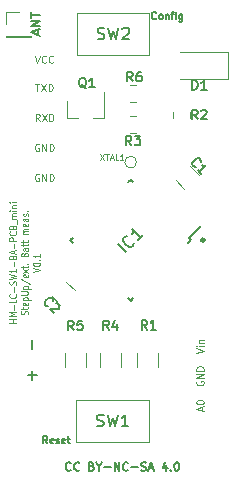
<source format=gto>
G04 #@! TF.GenerationSoftware,KiCad,Pcbnew,(5.1.2)-2*
G04 #@! TF.CreationDate,2019-11-24T13:14:51+01:00*
G04 #@! TF.ProjectId,HM-LC-SW1-BA-PCB_mini_MAX1724,484d2d4c-432d-4535-9731-2d42412d5043,rev?*
G04 #@! TF.SameCoordinates,Original*
G04 #@! TF.FileFunction,Legend,Top*
G04 #@! TF.FilePolarity,Positive*
%FSLAX46Y46*%
G04 Gerber Fmt 4.6, Leading zero omitted, Abs format (unit mm)*
G04 Created by KiCad (PCBNEW (5.1.2)-2) date 2019-11-24 13:14:51*
%MOMM*%
%LPD*%
G04 APERTURE LIST*
%ADD10C,0.150000*%
%ADD11C,0.125000*%
%ADD12C,0.350000*%
%ADD13C,0.200000*%
%ADD14C,0.100000*%
%ADD15C,0.120000*%
G04 APERTURE END LIST*
D10*
X176233333Y-124150000D02*
X176200000Y-124183333D01*
X176100000Y-124216666D01*
X176033333Y-124216666D01*
X175933333Y-124183333D01*
X175866666Y-124116666D01*
X175833333Y-124050000D01*
X175800000Y-123916666D01*
X175800000Y-123816666D01*
X175833333Y-123683333D01*
X175866666Y-123616666D01*
X175933333Y-123550000D01*
X176033333Y-123516666D01*
X176100000Y-123516666D01*
X176200000Y-123550000D01*
X176233333Y-123583333D01*
X176933333Y-124150000D02*
X176900000Y-124183333D01*
X176800000Y-124216666D01*
X176733333Y-124216666D01*
X176633333Y-124183333D01*
X176566666Y-124116666D01*
X176533333Y-124050000D01*
X176500000Y-123916666D01*
X176500000Y-123816666D01*
X176533333Y-123683333D01*
X176566666Y-123616666D01*
X176633333Y-123550000D01*
X176733333Y-123516666D01*
X176800000Y-123516666D01*
X176900000Y-123550000D01*
X176933333Y-123583333D01*
X178000000Y-123850000D02*
X178100000Y-123883333D01*
X178133333Y-123916666D01*
X178166666Y-123983333D01*
X178166666Y-124083333D01*
X178133333Y-124150000D01*
X178100000Y-124183333D01*
X178033333Y-124216666D01*
X177766666Y-124216666D01*
X177766666Y-123516666D01*
X178000000Y-123516666D01*
X178066666Y-123550000D01*
X178100000Y-123583333D01*
X178133333Y-123650000D01*
X178133333Y-123716666D01*
X178100000Y-123783333D01*
X178066666Y-123816666D01*
X178000000Y-123850000D01*
X177766666Y-123850000D01*
X178600000Y-123883333D02*
X178600000Y-124216666D01*
X178366666Y-123516666D02*
X178600000Y-123883333D01*
X178833333Y-123516666D01*
X179066666Y-123950000D02*
X179600000Y-123950000D01*
X179933333Y-124216666D02*
X179933333Y-123516666D01*
X180333333Y-124216666D01*
X180333333Y-123516666D01*
X181066666Y-124150000D02*
X181033333Y-124183333D01*
X180933333Y-124216666D01*
X180866666Y-124216666D01*
X180766666Y-124183333D01*
X180700000Y-124116666D01*
X180666666Y-124050000D01*
X180633333Y-123916666D01*
X180633333Y-123816666D01*
X180666666Y-123683333D01*
X180700000Y-123616666D01*
X180766666Y-123550000D01*
X180866666Y-123516666D01*
X180933333Y-123516666D01*
X181033333Y-123550000D01*
X181066666Y-123583333D01*
X181366666Y-123950000D02*
X181900000Y-123950000D01*
X182200000Y-124183333D02*
X182300000Y-124216666D01*
X182466666Y-124216666D01*
X182533333Y-124183333D01*
X182566666Y-124150000D01*
X182600000Y-124083333D01*
X182600000Y-124016666D01*
X182566666Y-123950000D01*
X182533333Y-123916666D01*
X182466666Y-123883333D01*
X182333333Y-123850000D01*
X182266666Y-123816666D01*
X182233333Y-123783333D01*
X182200000Y-123716666D01*
X182200000Y-123650000D01*
X182233333Y-123583333D01*
X182266666Y-123550000D01*
X182333333Y-123516666D01*
X182500000Y-123516666D01*
X182600000Y-123550000D01*
X182866666Y-124016666D02*
X183200000Y-124016666D01*
X182800000Y-124216666D02*
X183033333Y-123516666D01*
X183266666Y-124216666D01*
X184333333Y-123750000D02*
X184333333Y-124216666D01*
X184166666Y-123483333D02*
X184000000Y-123983333D01*
X184433333Y-123983333D01*
X184700000Y-124150000D02*
X184733333Y-124183333D01*
X184700000Y-124216666D01*
X184666666Y-124183333D01*
X184700000Y-124150000D01*
X184700000Y-124216666D01*
X185166666Y-123516666D02*
X185233333Y-123516666D01*
X185300000Y-123550000D01*
X185333333Y-123583333D01*
X185366666Y-123650000D01*
X185400000Y-123783333D01*
X185400000Y-123950000D01*
X185366666Y-124083333D01*
X185333333Y-124150000D01*
X185300000Y-124183333D01*
X185233333Y-124216666D01*
X185166666Y-124216666D01*
X185100000Y-124183333D01*
X185066666Y-124150000D01*
X185033333Y-124083333D01*
X185000000Y-123950000D01*
X185000000Y-123783333D01*
X185033333Y-123650000D01*
X185066666Y-123583333D01*
X185100000Y-123550000D01*
X185166666Y-123516666D01*
D11*
X178688095Y-97426190D02*
X179021428Y-97926190D01*
X179021428Y-97426190D02*
X178688095Y-97926190D01*
X179140476Y-97426190D02*
X179426190Y-97426190D01*
X179283333Y-97926190D02*
X179283333Y-97426190D01*
X179569047Y-97783333D02*
X179807142Y-97783333D01*
X179521428Y-97926190D02*
X179688095Y-97426190D01*
X179854761Y-97926190D01*
X180259523Y-97926190D02*
X180021428Y-97926190D01*
X180021428Y-97426190D01*
X180688095Y-97926190D02*
X180402380Y-97926190D01*
X180545238Y-97926190D02*
X180545238Y-97426190D01*
X180497619Y-97497619D01*
X180450000Y-97545238D01*
X180402380Y-97569047D01*
D12*
X187500000Y-104700000D02*
G75*
G03X187500000Y-104700000I-100000J0D01*
G01*
D13*
X172971428Y-113930952D02*
X172971428Y-113169047D01*
X172971428Y-116530952D02*
X172971428Y-115769047D01*
X173352380Y-116150000D02*
X172590476Y-116150000D01*
D14*
X171621428Y-111683333D02*
X171021428Y-111683333D01*
X171307142Y-111683333D02*
X171307142Y-111397619D01*
X171621428Y-111397619D02*
X171021428Y-111397619D01*
X171621428Y-111159523D02*
X171021428Y-111159523D01*
X171450000Y-110992857D01*
X171021428Y-110826190D01*
X171621428Y-110826190D01*
X171392857Y-110588095D02*
X171392857Y-110207142D01*
X171621428Y-109730952D02*
X171621428Y-109969047D01*
X171021428Y-109969047D01*
X171564285Y-109278571D02*
X171592857Y-109302380D01*
X171621428Y-109373809D01*
X171621428Y-109421428D01*
X171592857Y-109492857D01*
X171535714Y-109540476D01*
X171478571Y-109564285D01*
X171364285Y-109588095D01*
X171278571Y-109588095D01*
X171164285Y-109564285D01*
X171107142Y-109540476D01*
X171050000Y-109492857D01*
X171021428Y-109421428D01*
X171021428Y-109373809D01*
X171050000Y-109302380D01*
X171078571Y-109278571D01*
X171392857Y-109064285D02*
X171392857Y-108683333D01*
X171592857Y-108469047D02*
X171621428Y-108397619D01*
X171621428Y-108278571D01*
X171592857Y-108230952D01*
X171564285Y-108207142D01*
X171507142Y-108183333D01*
X171450000Y-108183333D01*
X171392857Y-108207142D01*
X171364285Y-108230952D01*
X171335714Y-108278571D01*
X171307142Y-108373809D01*
X171278571Y-108421428D01*
X171250000Y-108445238D01*
X171192857Y-108469047D01*
X171135714Y-108469047D01*
X171078571Y-108445238D01*
X171050000Y-108421428D01*
X171021428Y-108373809D01*
X171021428Y-108254761D01*
X171050000Y-108183333D01*
X171021428Y-108016666D02*
X171621428Y-107897619D01*
X171192857Y-107802380D01*
X171621428Y-107707142D01*
X171021428Y-107588095D01*
X171621428Y-107135714D02*
X171621428Y-107421428D01*
X171621428Y-107278571D02*
X171021428Y-107278571D01*
X171107142Y-107326190D01*
X171164285Y-107373809D01*
X171192857Y-107421428D01*
X171392857Y-106921428D02*
X171392857Y-106540476D01*
X171307142Y-106135714D02*
X171335714Y-106064285D01*
X171364285Y-106040476D01*
X171421428Y-106016666D01*
X171507142Y-106016666D01*
X171564285Y-106040476D01*
X171592857Y-106064285D01*
X171621428Y-106111904D01*
X171621428Y-106302380D01*
X171021428Y-106302380D01*
X171021428Y-106135714D01*
X171050000Y-106088095D01*
X171078571Y-106064285D01*
X171135714Y-106040476D01*
X171192857Y-106040476D01*
X171250000Y-106064285D01*
X171278571Y-106088095D01*
X171307142Y-106135714D01*
X171307142Y-106302380D01*
X171450000Y-105826190D02*
X171450000Y-105588095D01*
X171621428Y-105873809D02*
X171021428Y-105707142D01*
X171621428Y-105540476D01*
X171392857Y-105373809D02*
X171392857Y-104992857D01*
X171621428Y-104754761D02*
X171021428Y-104754761D01*
X171021428Y-104564285D01*
X171050000Y-104516666D01*
X171078571Y-104492857D01*
X171135714Y-104469047D01*
X171221428Y-104469047D01*
X171278571Y-104492857D01*
X171307142Y-104516666D01*
X171335714Y-104564285D01*
X171335714Y-104754761D01*
X171564285Y-103969047D02*
X171592857Y-103992857D01*
X171621428Y-104064285D01*
X171621428Y-104111904D01*
X171592857Y-104183333D01*
X171535714Y-104230952D01*
X171478571Y-104254761D01*
X171364285Y-104278571D01*
X171278571Y-104278571D01*
X171164285Y-104254761D01*
X171107142Y-104230952D01*
X171050000Y-104183333D01*
X171021428Y-104111904D01*
X171021428Y-104064285D01*
X171050000Y-103992857D01*
X171078571Y-103969047D01*
X171307142Y-103588095D02*
X171335714Y-103516666D01*
X171364285Y-103492857D01*
X171421428Y-103469047D01*
X171507142Y-103469047D01*
X171564285Y-103492857D01*
X171592857Y-103516666D01*
X171621428Y-103564285D01*
X171621428Y-103754761D01*
X171021428Y-103754761D01*
X171021428Y-103588095D01*
X171050000Y-103540476D01*
X171078571Y-103516666D01*
X171135714Y-103492857D01*
X171192857Y-103492857D01*
X171250000Y-103516666D01*
X171278571Y-103540476D01*
X171307142Y-103588095D01*
X171307142Y-103754761D01*
X171678571Y-103373809D02*
X171678571Y-102992857D01*
X171621428Y-102873809D02*
X171221428Y-102873809D01*
X171278571Y-102873809D02*
X171250000Y-102850000D01*
X171221428Y-102802380D01*
X171221428Y-102730952D01*
X171250000Y-102683333D01*
X171307142Y-102659523D01*
X171621428Y-102659523D01*
X171307142Y-102659523D02*
X171250000Y-102635714D01*
X171221428Y-102588095D01*
X171221428Y-102516666D01*
X171250000Y-102469047D01*
X171307142Y-102445238D01*
X171621428Y-102445238D01*
X171621428Y-102207142D02*
X171221428Y-102207142D01*
X171021428Y-102207142D02*
X171050000Y-102230952D01*
X171078571Y-102207142D01*
X171050000Y-102183333D01*
X171021428Y-102207142D01*
X171078571Y-102207142D01*
X171221428Y-101969047D02*
X171621428Y-101969047D01*
X171278571Y-101969047D02*
X171250000Y-101945238D01*
X171221428Y-101897619D01*
X171221428Y-101826190D01*
X171250000Y-101778571D01*
X171307142Y-101754761D01*
X171621428Y-101754761D01*
X171621428Y-101516666D02*
X171221428Y-101516666D01*
X171021428Y-101516666D02*
X171050000Y-101540476D01*
X171078571Y-101516666D01*
X171050000Y-101492857D01*
X171021428Y-101516666D01*
X171078571Y-101516666D01*
X172592857Y-110992857D02*
X172621428Y-110921428D01*
X172621428Y-110802380D01*
X172592857Y-110754761D01*
X172564285Y-110730952D01*
X172507142Y-110707142D01*
X172450000Y-110707142D01*
X172392857Y-110730952D01*
X172364285Y-110754761D01*
X172335714Y-110802380D01*
X172307142Y-110897619D01*
X172278571Y-110945238D01*
X172250000Y-110969047D01*
X172192857Y-110992857D01*
X172135714Y-110992857D01*
X172078571Y-110969047D01*
X172050000Y-110945238D01*
X172021428Y-110897619D01*
X172021428Y-110778571D01*
X172050000Y-110707142D01*
X172221428Y-110564285D02*
X172221428Y-110373809D01*
X172021428Y-110492857D02*
X172535714Y-110492857D01*
X172592857Y-110469047D01*
X172621428Y-110421428D01*
X172621428Y-110373809D01*
X172592857Y-110016666D02*
X172621428Y-110064285D01*
X172621428Y-110159523D01*
X172592857Y-110207142D01*
X172535714Y-110230952D01*
X172307142Y-110230952D01*
X172250000Y-110207142D01*
X172221428Y-110159523D01*
X172221428Y-110064285D01*
X172250000Y-110016666D01*
X172307142Y-109992857D01*
X172364285Y-109992857D01*
X172421428Y-110230952D01*
X172221428Y-109778571D02*
X172821428Y-109778571D01*
X172250000Y-109778571D02*
X172221428Y-109730952D01*
X172221428Y-109635714D01*
X172250000Y-109588095D01*
X172278571Y-109564285D01*
X172335714Y-109540476D01*
X172507142Y-109540476D01*
X172564285Y-109564285D01*
X172592857Y-109588095D01*
X172621428Y-109635714D01*
X172621428Y-109730952D01*
X172592857Y-109778571D01*
X172021428Y-109326190D02*
X172507142Y-109326190D01*
X172564285Y-109302380D01*
X172592857Y-109278571D01*
X172621428Y-109230952D01*
X172621428Y-109135714D01*
X172592857Y-109088095D01*
X172564285Y-109064285D01*
X172507142Y-109040476D01*
X172021428Y-109040476D01*
X172221428Y-108802380D02*
X172821428Y-108802380D01*
X172250000Y-108802380D02*
X172221428Y-108754761D01*
X172221428Y-108659523D01*
X172250000Y-108611904D01*
X172278571Y-108588095D01*
X172335714Y-108564285D01*
X172507142Y-108564285D01*
X172564285Y-108588095D01*
X172592857Y-108611904D01*
X172621428Y-108659523D01*
X172621428Y-108754761D01*
X172592857Y-108802380D01*
X171992857Y-107992857D02*
X172764285Y-108421428D01*
X172592857Y-107635714D02*
X172621428Y-107683333D01*
X172621428Y-107778571D01*
X172592857Y-107826190D01*
X172535714Y-107850000D01*
X172307142Y-107850000D01*
X172250000Y-107826190D01*
X172221428Y-107778571D01*
X172221428Y-107683333D01*
X172250000Y-107635714D01*
X172307142Y-107611904D01*
X172364285Y-107611904D01*
X172421428Y-107850000D01*
X172621428Y-107445238D02*
X172221428Y-107183333D01*
X172221428Y-107445238D02*
X172621428Y-107183333D01*
X172221428Y-107064285D02*
X172221428Y-106873809D01*
X172021428Y-106992857D02*
X172535714Y-106992857D01*
X172592857Y-106969047D01*
X172621428Y-106921428D01*
X172621428Y-106873809D01*
X172564285Y-106707142D02*
X172592857Y-106683333D01*
X172621428Y-106707142D01*
X172592857Y-106730952D01*
X172564285Y-106707142D01*
X172621428Y-106707142D01*
X172307142Y-105921428D02*
X172335714Y-105850000D01*
X172364285Y-105826190D01*
X172421428Y-105802380D01*
X172507142Y-105802380D01*
X172564285Y-105826190D01*
X172592857Y-105850000D01*
X172621428Y-105897619D01*
X172621428Y-106088095D01*
X172021428Y-106088095D01*
X172021428Y-105921428D01*
X172050000Y-105873809D01*
X172078571Y-105850000D01*
X172135714Y-105826190D01*
X172192857Y-105826190D01*
X172250000Y-105850000D01*
X172278571Y-105873809D01*
X172307142Y-105921428D01*
X172307142Y-106088095D01*
X172621428Y-105373809D02*
X172307142Y-105373809D01*
X172250000Y-105397619D01*
X172221428Y-105445238D01*
X172221428Y-105540476D01*
X172250000Y-105588095D01*
X172592857Y-105373809D02*
X172621428Y-105421428D01*
X172621428Y-105540476D01*
X172592857Y-105588095D01*
X172535714Y-105611904D01*
X172478571Y-105611904D01*
X172421428Y-105588095D01*
X172392857Y-105540476D01*
X172392857Y-105421428D01*
X172364285Y-105373809D01*
X172221428Y-105207142D02*
X172221428Y-105016666D01*
X172021428Y-105135714D02*
X172535714Y-105135714D01*
X172592857Y-105111904D01*
X172621428Y-105064285D01*
X172621428Y-105016666D01*
X172221428Y-104921428D02*
X172221428Y-104730952D01*
X172021428Y-104850000D02*
X172535714Y-104850000D01*
X172592857Y-104826190D01*
X172621428Y-104778571D01*
X172621428Y-104730952D01*
X172621428Y-104183333D02*
X172221428Y-104183333D01*
X172278571Y-104183333D02*
X172250000Y-104159523D01*
X172221428Y-104111904D01*
X172221428Y-104040476D01*
X172250000Y-103992857D01*
X172307142Y-103969047D01*
X172621428Y-103969047D01*
X172307142Y-103969047D02*
X172250000Y-103945238D01*
X172221428Y-103897619D01*
X172221428Y-103826190D01*
X172250000Y-103778571D01*
X172307142Y-103754761D01*
X172621428Y-103754761D01*
X172592857Y-103326190D02*
X172621428Y-103373809D01*
X172621428Y-103469047D01*
X172592857Y-103516666D01*
X172535714Y-103540476D01*
X172307142Y-103540476D01*
X172250000Y-103516666D01*
X172221428Y-103469047D01*
X172221428Y-103373809D01*
X172250000Y-103326190D01*
X172307142Y-103302380D01*
X172364285Y-103302380D01*
X172421428Y-103540476D01*
X172621428Y-102873809D02*
X172307142Y-102873809D01*
X172250000Y-102897619D01*
X172221428Y-102945238D01*
X172221428Y-103040476D01*
X172250000Y-103088095D01*
X172592857Y-102873809D02*
X172621428Y-102921428D01*
X172621428Y-103040476D01*
X172592857Y-103088095D01*
X172535714Y-103111904D01*
X172478571Y-103111904D01*
X172421428Y-103088095D01*
X172392857Y-103040476D01*
X172392857Y-102921428D01*
X172364285Y-102873809D01*
X172592857Y-102659523D02*
X172621428Y-102611904D01*
X172621428Y-102516666D01*
X172592857Y-102469047D01*
X172535714Y-102445238D01*
X172507142Y-102445238D01*
X172450000Y-102469047D01*
X172421428Y-102516666D01*
X172421428Y-102588095D01*
X172392857Y-102635714D01*
X172335714Y-102659523D01*
X172307142Y-102659523D01*
X172250000Y-102635714D01*
X172221428Y-102588095D01*
X172221428Y-102516666D01*
X172250000Y-102469047D01*
X172564285Y-102230952D02*
X172592857Y-102207142D01*
X172621428Y-102230952D01*
X172592857Y-102254761D01*
X172564285Y-102230952D01*
X172621428Y-102230952D01*
X173021428Y-107361904D02*
X173621428Y-107195238D01*
X173021428Y-107028571D01*
X173021428Y-106766666D02*
X173021428Y-106719047D01*
X173050000Y-106671428D01*
X173078571Y-106647619D01*
X173135714Y-106623809D01*
X173250000Y-106600000D01*
X173392857Y-106600000D01*
X173507142Y-106623809D01*
X173564285Y-106647619D01*
X173592857Y-106671428D01*
X173621428Y-106719047D01*
X173621428Y-106766666D01*
X173592857Y-106814285D01*
X173564285Y-106838095D01*
X173507142Y-106861904D01*
X173392857Y-106885714D01*
X173250000Y-106885714D01*
X173135714Y-106861904D01*
X173078571Y-106838095D01*
X173050000Y-106814285D01*
X173021428Y-106766666D01*
X173564285Y-106385714D02*
X173592857Y-106361904D01*
X173621428Y-106385714D01*
X173592857Y-106409523D01*
X173564285Y-106385714D01*
X173621428Y-106385714D01*
X173621428Y-105885714D02*
X173621428Y-106171428D01*
X173621428Y-106028571D02*
X173021428Y-106028571D01*
X173107142Y-106076190D01*
X173164285Y-106123809D01*
X173192857Y-106171428D01*
X186871428Y-114279285D02*
X187471428Y-114079285D01*
X186871428Y-113879285D01*
X187471428Y-113679285D02*
X187071428Y-113679285D01*
X186871428Y-113679285D02*
X186900000Y-113707857D01*
X186928571Y-113679285D01*
X186900000Y-113650714D01*
X186871428Y-113679285D01*
X186928571Y-113679285D01*
X187071428Y-113393571D02*
X187471428Y-113393571D01*
X187128571Y-113393571D02*
X187100000Y-113365000D01*
X187071428Y-113307857D01*
X187071428Y-113222142D01*
X187100000Y-113165000D01*
X187157142Y-113136428D01*
X187471428Y-113136428D01*
X187300000Y-119110071D02*
X187300000Y-118824357D01*
X187471428Y-119167214D02*
X186871428Y-118967214D01*
X187471428Y-118767214D01*
X186871428Y-118452928D02*
X186871428Y-118395785D01*
X186900000Y-118338642D01*
X186928571Y-118310071D01*
X186985714Y-118281500D01*
X187100000Y-118252928D01*
X187242857Y-118252928D01*
X187357142Y-118281500D01*
X187414285Y-118310071D01*
X187442857Y-118338642D01*
X187471428Y-118395785D01*
X187471428Y-118452928D01*
X187442857Y-118510071D01*
X187414285Y-118538642D01*
X187357142Y-118567214D01*
X187242857Y-118595785D01*
X187100000Y-118595785D01*
X186985714Y-118567214D01*
X186928571Y-118538642D01*
X186900000Y-118510071D01*
X186871428Y-118452928D01*
X186900000Y-116657142D02*
X186871428Y-116714285D01*
X186871428Y-116800000D01*
X186900000Y-116885714D01*
X186957142Y-116942857D01*
X187014285Y-116971428D01*
X187128571Y-117000000D01*
X187214285Y-117000000D01*
X187328571Y-116971428D01*
X187385714Y-116942857D01*
X187442857Y-116885714D01*
X187471428Y-116800000D01*
X187471428Y-116742857D01*
X187442857Y-116657142D01*
X187414285Y-116628571D01*
X187214285Y-116628571D01*
X187214285Y-116742857D01*
X187471428Y-116371428D02*
X186871428Y-116371428D01*
X187471428Y-116028571D01*
X186871428Y-116028571D01*
X187471428Y-115742857D02*
X186871428Y-115742857D01*
X186871428Y-115600000D01*
X186900000Y-115514285D01*
X186957142Y-115457142D01*
X187014285Y-115428571D01*
X187128571Y-115400000D01*
X187214285Y-115400000D01*
X187328571Y-115428571D01*
X187385714Y-115457142D01*
X187442857Y-115514285D01*
X187471428Y-115600000D01*
X187471428Y-115742857D01*
X173532857Y-99141000D02*
X173475714Y-99112428D01*
X173390000Y-99112428D01*
X173304285Y-99141000D01*
X173247142Y-99198142D01*
X173218571Y-99255285D01*
X173190000Y-99369571D01*
X173190000Y-99455285D01*
X173218571Y-99569571D01*
X173247142Y-99626714D01*
X173304285Y-99683857D01*
X173390000Y-99712428D01*
X173447142Y-99712428D01*
X173532857Y-99683857D01*
X173561428Y-99655285D01*
X173561428Y-99455285D01*
X173447142Y-99455285D01*
X173818571Y-99712428D02*
X173818571Y-99112428D01*
X174161428Y-99712428D01*
X174161428Y-99112428D01*
X174447142Y-99712428D02*
X174447142Y-99112428D01*
X174590000Y-99112428D01*
X174675714Y-99141000D01*
X174732857Y-99198142D01*
X174761428Y-99255285D01*
X174790000Y-99369571D01*
X174790000Y-99455285D01*
X174761428Y-99569571D01*
X174732857Y-99626714D01*
X174675714Y-99683857D01*
X174590000Y-99712428D01*
X174447142Y-99712428D01*
X173532857Y-96601000D02*
X173475714Y-96572428D01*
X173390000Y-96572428D01*
X173304285Y-96601000D01*
X173247142Y-96658142D01*
X173218571Y-96715285D01*
X173190000Y-96829571D01*
X173190000Y-96915285D01*
X173218571Y-97029571D01*
X173247142Y-97086714D01*
X173304285Y-97143857D01*
X173390000Y-97172428D01*
X173447142Y-97172428D01*
X173532857Y-97143857D01*
X173561428Y-97115285D01*
X173561428Y-96915285D01*
X173447142Y-96915285D01*
X173818571Y-97172428D02*
X173818571Y-96572428D01*
X174161428Y-97172428D01*
X174161428Y-96572428D01*
X174447142Y-97172428D02*
X174447142Y-96572428D01*
X174590000Y-96572428D01*
X174675714Y-96601000D01*
X174732857Y-96658142D01*
X174761428Y-96715285D01*
X174790000Y-96829571D01*
X174790000Y-96915285D01*
X174761428Y-97029571D01*
X174732857Y-97086714D01*
X174675714Y-97143857D01*
X174590000Y-97172428D01*
X174447142Y-97172428D01*
X173590000Y-94632428D02*
X173390000Y-94346714D01*
X173247142Y-94632428D02*
X173247142Y-94032428D01*
X173475714Y-94032428D01*
X173532857Y-94061000D01*
X173561428Y-94089571D01*
X173590000Y-94146714D01*
X173590000Y-94232428D01*
X173561428Y-94289571D01*
X173532857Y-94318142D01*
X173475714Y-94346714D01*
X173247142Y-94346714D01*
X173790000Y-94032428D02*
X174190000Y-94632428D01*
X174190000Y-94032428D02*
X173790000Y-94632428D01*
X174418571Y-94632428D02*
X174418571Y-94032428D01*
X174561428Y-94032428D01*
X174647142Y-94061000D01*
X174704285Y-94118142D01*
X174732857Y-94175285D01*
X174761428Y-94289571D01*
X174761428Y-94375285D01*
X174732857Y-94489571D01*
X174704285Y-94546714D01*
X174647142Y-94603857D01*
X174561428Y-94632428D01*
X174418571Y-94632428D01*
X173232857Y-91492428D02*
X173575714Y-91492428D01*
X173404285Y-92092428D02*
X173404285Y-91492428D01*
X173718571Y-91492428D02*
X174118571Y-92092428D01*
X174118571Y-91492428D02*
X173718571Y-92092428D01*
X174347142Y-92092428D02*
X174347142Y-91492428D01*
X174490000Y-91492428D01*
X174575714Y-91521000D01*
X174632857Y-91578142D01*
X174661428Y-91635285D01*
X174690000Y-91749571D01*
X174690000Y-91835285D01*
X174661428Y-91949571D01*
X174632857Y-92006714D01*
X174575714Y-92063857D01*
X174490000Y-92092428D01*
X174347142Y-92092428D01*
X173190000Y-89079428D02*
X173390000Y-89679428D01*
X173590000Y-89079428D01*
X174132857Y-89622285D02*
X174104285Y-89650857D01*
X174018571Y-89679428D01*
X173961428Y-89679428D01*
X173875714Y-89650857D01*
X173818571Y-89593714D01*
X173790000Y-89536571D01*
X173761428Y-89422285D01*
X173761428Y-89336571D01*
X173790000Y-89222285D01*
X173818571Y-89165142D01*
X173875714Y-89108000D01*
X173961428Y-89079428D01*
X174018571Y-89079428D01*
X174104285Y-89108000D01*
X174132857Y-89136571D01*
X174732857Y-89622285D02*
X174704285Y-89650857D01*
X174618571Y-89679428D01*
X174561428Y-89679428D01*
X174475714Y-89650857D01*
X174418571Y-89593714D01*
X174390000Y-89536571D01*
X174361428Y-89422285D01*
X174361428Y-89336571D01*
X174390000Y-89222285D01*
X174418571Y-89165142D01*
X174475714Y-89108000D01*
X174561428Y-89079428D01*
X174618571Y-89079428D01*
X174704285Y-89108000D01*
X174732857Y-89136571D01*
D15*
X181800000Y-98100000D02*
G75*
G03X181800000Y-98100000I-500000J0D01*
G01*
X181761252Y-91590000D02*
X181238748Y-91590000D01*
X181761252Y-93010000D02*
X181238748Y-93010000D01*
X181238748Y-95610000D02*
X181761252Y-95610000D01*
X181238748Y-94190000D02*
X181761252Y-94190000D01*
X175920000Y-94360000D02*
X175920000Y-92900000D01*
X179080000Y-94360000D02*
X179080000Y-92200000D01*
X179080000Y-94360000D02*
X178150000Y-94360000D01*
X175920000Y-94360000D02*
X176850000Y-94360000D01*
X184890000Y-93838748D02*
X184890000Y-94361252D01*
X186310000Y-93838748D02*
X186310000Y-94361252D01*
X189560000Y-88765000D02*
X185500000Y-88765000D01*
X189560000Y-91035000D02*
X189560000Y-88765000D01*
X185500000Y-91035000D02*
X189560000Y-91035000D01*
D10*
X186419024Y-104711500D02*
X186259925Y-104552401D01*
X181292500Y-109838024D02*
X181062690Y-109608214D01*
X176165976Y-104711500D02*
X176395786Y-104941310D01*
X181292500Y-99584976D02*
X181522310Y-99814786D01*
X186419024Y-104711500D02*
X186189214Y-104941310D01*
X181292500Y-99584976D02*
X181062690Y-99814786D01*
X176165976Y-104711500D02*
X176395786Y-104481690D01*
X181292500Y-109838024D02*
X181522310Y-109608214D01*
X186259925Y-104552401D02*
X187267552Y-103544774D01*
D15*
X182828500Y-118205000D02*
X182828500Y-121825000D01*
X176708500Y-118205000D02*
X182828500Y-118205000D01*
X176708500Y-121825000D02*
X176708500Y-118205000D01*
X182828500Y-121825000D02*
X176708500Y-121825000D01*
X176772000Y-85439000D02*
X182892000Y-85439000D01*
X182892000Y-85439000D02*
X182892000Y-89059000D01*
X182892000Y-89059000D02*
X176772000Y-89059000D01*
X176772000Y-89059000D02*
X176772000Y-85439000D01*
X187054594Y-99152513D02*
X186347487Y-98445406D01*
X185145406Y-99647487D02*
X185852513Y-100354594D01*
X181873000Y-115433400D02*
X181873000Y-114233400D01*
X183633000Y-114233400D02*
X183633000Y-115433400D01*
X170771000Y-87423500D02*
X170771000Y-87483500D01*
X170771000Y-87483500D02*
X172891000Y-87483500D01*
X172891000Y-87483500D02*
X172891000Y-87423500D01*
X172891000Y-87423500D02*
X170771000Y-87423500D01*
X170771000Y-86423500D02*
X170771000Y-85363500D01*
X170771000Y-85363500D02*
X171831000Y-85363500D01*
X178698000Y-115471500D02*
X178698000Y-114271500D01*
X180458000Y-114271500D02*
X180458000Y-115471500D01*
X176554594Y-108952513D02*
X175847487Y-108245406D01*
X174645406Y-109447487D02*
X175352513Y-110154594D01*
X177486200Y-114280400D02*
X177486200Y-115480400D01*
X175726200Y-115480400D02*
X175726200Y-114280400D01*
D10*
X181466666Y-91261904D02*
X181200000Y-90880952D01*
X181009523Y-91261904D02*
X181009523Y-90461904D01*
X181314285Y-90461904D01*
X181390476Y-90500000D01*
X181428571Y-90538095D01*
X181466666Y-90614285D01*
X181466666Y-90728571D01*
X181428571Y-90804761D01*
X181390476Y-90842857D01*
X181314285Y-90880952D01*
X181009523Y-90880952D01*
X182152380Y-90461904D02*
X182000000Y-90461904D01*
X181923809Y-90500000D01*
X181885714Y-90538095D01*
X181809523Y-90652380D01*
X181771428Y-90804761D01*
X181771428Y-91109523D01*
X181809523Y-91185714D01*
X181847619Y-91223809D01*
X181923809Y-91261904D01*
X182076190Y-91261904D01*
X182152380Y-91223809D01*
X182190476Y-91185714D01*
X182228571Y-91109523D01*
X182228571Y-90919047D01*
X182190476Y-90842857D01*
X182152380Y-90804761D01*
X182076190Y-90766666D01*
X181923809Y-90766666D01*
X181847619Y-90804761D01*
X181809523Y-90842857D01*
X181771428Y-90919047D01*
X181366666Y-96661904D02*
X181100000Y-96280952D01*
X180909523Y-96661904D02*
X180909523Y-95861904D01*
X181214285Y-95861904D01*
X181290476Y-95900000D01*
X181328571Y-95938095D01*
X181366666Y-96014285D01*
X181366666Y-96128571D01*
X181328571Y-96204761D01*
X181290476Y-96242857D01*
X181214285Y-96280952D01*
X180909523Y-96280952D01*
X181633333Y-95861904D02*
X182128571Y-95861904D01*
X181861904Y-96166666D01*
X181976190Y-96166666D01*
X182052380Y-96204761D01*
X182090476Y-96242857D01*
X182128571Y-96319047D01*
X182128571Y-96509523D01*
X182090476Y-96585714D01*
X182052380Y-96623809D01*
X181976190Y-96661904D01*
X181747619Y-96661904D01*
X181671428Y-96623809D01*
X181633333Y-96585714D01*
X177523809Y-91838095D02*
X177447619Y-91800000D01*
X177371428Y-91723809D01*
X177257142Y-91609523D01*
X177180952Y-91571428D01*
X177104761Y-91571428D01*
X177142857Y-91761904D02*
X177066666Y-91723809D01*
X176990476Y-91647619D01*
X176952380Y-91495238D01*
X176952380Y-91228571D01*
X176990476Y-91076190D01*
X177066666Y-91000000D01*
X177142857Y-90961904D01*
X177295238Y-90961904D01*
X177371428Y-91000000D01*
X177447619Y-91076190D01*
X177485714Y-91228571D01*
X177485714Y-91495238D01*
X177447619Y-91647619D01*
X177371428Y-91723809D01*
X177295238Y-91761904D01*
X177142857Y-91761904D01*
X178247619Y-91761904D02*
X177790476Y-91761904D01*
X178019047Y-91761904D02*
X178019047Y-90961904D01*
X177942857Y-91076190D01*
X177866666Y-91152380D01*
X177790476Y-91190476D01*
X186966666Y-94461904D02*
X186700000Y-94080952D01*
X186509523Y-94461904D02*
X186509523Y-93661904D01*
X186814285Y-93661904D01*
X186890476Y-93700000D01*
X186928571Y-93738095D01*
X186966666Y-93814285D01*
X186966666Y-93928571D01*
X186928571Y-94004761D01*
X186890476Y-94042857D01*
X186814285Y-94080952D01*
X186509523Y-94080952D01*
X187271428Y-93738095D02*
X187309523Y-93700000D01*
X187385714Y-93661904D01*
X187576190Y-93661904D01*
X187652380Y-93700000D01*
X187690476Y-93738095D01*
X187728571Y-93814285D01*
X187728571Y-93890476D01*
X187690476Y-94004761D01*
X187233333Y-94461904D01*
X187728571Y-94461904D01*
X186509523Y-91961904D02*
X186509523Y-91161904D01*
X186700000Y-91161904D01*
X186814285Y-91200000D01*
X186890476Y-91276190D01*
X186928571Y-91352380D01*
X186966666Y-91504761D01*
X186966666Y-91619047D01*
X186928571Y-91771428D01*
X186890476Y-91847619D01*
X186814285Y-91923809D01*
X186700000Y-91961904D01*
X186509523Y-91961904D01*
X187728571Y-91961904D02*
X187271428Y-91961904D01*
X187500000Y-91961904D02*
X187500000Y-91161904D01*
X187423809Y-91276190D01*
X187347619Y-91352380D01*
X187271428Y-91390476D01*
X180922110Y-105721652D02*
X180215003Y-105014545D01*
X181595545Y-104913530D02*
X181595545Y-104980874D01*
X181528202Y-105115561D01*
X181460858Y-105182904D01*
X181326171Y-105250248D01*
X181191484Y-105250248D01*
X181090469Y-105216576D01*
X180922110Y-105115561D01*
X180821095Y-105014545D01*
X180720080Y-104846187D01*
X180686408Y-104745171D01*
X180686408Y-104610484D01*
X180753751Y-104475797D01*
X180821095Y-104408454D01*
X180955782Y-104341110D01*
X181023125Y-104341110D01*
X182336324Y-104307438D02*
X181932263Y-104711500D01*
X182134293Y-104509469D02*
X181427187Y-103802362D01*
X181460858Y-103970721D01*
X181460858Y-104105408D01*
X181427187Y-104206423D01*
X178435166Y-120419761D02*
X178578023Y-120467380D01*
X178816119Y-120467380D01*
X178911357Y-120419761D01*
X178958976Y-120372142D01*
X179006595Y-120276904D01*
X179006595Y-120181666D01*
X178958976Y-120086428D01*
X178911357Y-120038809D01*
X178816119Y-119991190D01*
X178625642Y-119943571D01*
X178530404Y-119895952D01*
X178482785Y-119848333D01*
X178435166Y-119753095D01*
X178435166Y-119657857D01*
X178482785Y-119562619D01*
X178530404Y-119515000D01*
X178625642Y-119467380D01*
X178863738Y-119467380D01*
X179006595Y-119515000D01*
X179339928Y-119467380D02*
X179578023Y-120467380D01*
X179768500Y-119753095D01*
X179958976Y-120467380D01*
X180197071Y-119467380D01*
X181101833Y-120467380D02*
X180530404Y-120467380D01*
X180816119Y-120467380D02*
X180816119Y-119467380D01*
X180720880Y-119610238D01*
X180625642Y-119705476D01*
X180530404Y-119753095D01*
X174257142Y-121921428D02*
X174057142Y-121635714D01*
X173914285Y-121921428D02*
X173914285Y-121321428D01*
X174142857Y-121321428D01*
X174200000Y-121350000D01*
X174228571Y-121378571D01*
X174257142Y-121435714D01*
X174257142Y-121521428D01*
X174228571Y-121578571D01*
X174200000Y-121607142D01*
X174142857Y-121635714D01*
X173914285Y-121635714D01*
X174742857Y-121892857D02*
X174685714Y-121921428D01*
X174571428Y-121921428D01*
X174514285Y-121892857D01*
X174485714Y-121835714D01*
X174485714Y-121607142D01*
X174514285Y-121550000D01*
X174571428Y-121521428D01*
X174685714Y-121521428D01*
X174742857Y-121550000D01*
X174771428Y-121607142D01*
X174771428Y-121664285D01*
X174485714Y-121721428D01*
X175000000Y-121892857D02*
X175057142Y-121921428D01*
X175171428Y-121921428D01*
X175228571Y-121892857D01*
X175257142Y-121835714D01*
X175257142Y-121807142D01*
X175228571Y-121750000D01*
X175171428Y-121721428D01*
X175085714Y-121721428D01*
X175028571Y-121692857D01*
X175000000Y-121635714D01*
X175000000Y-121607142D01*
X175028571Y-121550000D01*
X175085714Y-121521428D01*
X175171428Y-121521428D01*
X175228571Y-121550000D01*
X175742857Y-121892857D02*
X175685714Y-121921428D01*
X175571428Y-121921428D01*
X175514285Y-121892857D01*
X175485714Y-121835714D01*
X175485714Y-121607142D01*
X175514285Y-121550000D01*
X175571428Y-121521428D01*
X175685714Y-121521428D01*
X175742857Y-121550000D01*
X175771428Y-121607142D01*
X175771428Y-121664285D01*
X175485714Y-121721428D01*
X175942857Y-121521428D02*
X176171428Y-121521428D01*
X176028571Y-121321428D02*
X176028571Y-121835714D01*
X176057142Y-121892857D01*
X176114285Y-121921428D01*
X176171428Y-121921428D01*
X178498666Y-87653761D02*
X178641523Y-87701380D01*
X178879619Y-87701380D01*
X178974857Y-87653761D01*
X179022476Y-87606142D01*
X179070095Y-87510904D01*
X179070095Y-87415666D01*
X179022476Y-87320428D01*
X178974857Y-87272809D01*
X178879619Y-87225190D01*
X178689142Y-87177571D01*
X178593904Y-87129952D01*
X178546285Y-87082333D01*
X178498666Y-86987095D01*
X178498666Y-86891857D01*
X178546285Y-86796619D01*
X178593904Y-86749000D01*
X178689142Y-86701380D01*
X178927238Y-86701380D01*
X179070095Y-86749000D01*
X179403428Y-86701380D02*
X179641523Y-87701380D01*
X179832000Y-86987095D01*
X180022476Y-87701380D01*
X180260571Y-86701380D01*
X180593904Y-86796619D02*
X180641523Y-86749000D01*
X180736761Y-86701380D01*
X180974857Y-86701380D01*
X181070095Y-86749000D01*
X181117714Y-86796619D01*
X181165333Y-86891857D01*
X181165333Y-86987095D01*
X181117714Y-87129952D01*
X180546285Y-87701380D01*
X181165333Y-87701380D01*
X183457142Y-85939285D02*
X183428571Y-85967857D01*
X183342857Y-85996428D01*
X183285714Y-85996428D01*
X183200000Y-85967857D01*
X183142857Y-85910714D01*
X183114285Y-85853571D01*
X183085714Y-85739285D01*
X183085714Y-85653571D01*
X183114285Y-85539285D01*
X183142857Y-85482142D01*
X183200000Y-85425000D01*
X183285714Y-85396428D01*
X183342857Y-85396428D01*
X183428571Y-85425000D01*
X183457142Y-85453571D01*
X183800000Y-85996428D02*
X183742857Y-85967857D01*
X183714285Y-85939285D01*
X183685714Y-85882142D01*
X183685714Y-85710714D01*
X183714285Y-85653571D01*
X183742857Y-85625000D01*
X183800000Y-85596428D01*
X183885714Y-85596428D01*
X183942857Y-85625000D01*
X183971428Y-85653571D01*
X184000000Y-85710714D01*
X184000000Y-85882142D01*
X183971428Y-85939285D01*
X183942857Y-85967857D01*
X183885714Y-85996428D01*
X183800000Y-85996428D01*
X184257142Y-85596428D02*
X184257142Y-85996428D01*
X184257142Y-85653571D02*
X184285714Y-85625000D01*
X184342857Y-85596428D01*
X184428571Y-85596428D01*
X184485714Y-85625000D01*
X184514285Y-85682142D01*
X184514285Y-85996428D01*
X184714285Y-85596428D02*
X184942857Y-85596428D01*
X184800000Y-85996428D02*
X184800000Y-85482142D01*
X184828571Y-85425000D01*
X184885714Y-85396428D01*
X184942857Y-85396428D01*
X185142857Y-85996428D02*
X185142857Y-85596428D01*
X185142857Y-85396428D02*
X185114285Y-85425000D01*
X185142857Y-85453571D01*
X185171428Y-85425000D01*
X185142857Y-85396428D01*
X185142857Y-85453571D01*
X185685714Y-85596428D02*
X185685714Y-86082142D01*
X185657142Y-86139285D01*
X185628571Y-86167857D01*
X185571428Y-86196428D01*
X185485714Y-86196428D01*
X185428571Y-86167857D01*
X185685714Y-85967857D02*
X185628571Y-85996428D01*
X185514285Y-85996428D01*
X185457142Y-85967857D01*
X185428571Y-85939285D01*
X185400000Y-85882142D01*
X185400000Y-85710714D01*
X185428571Y-85653571D01*
X185457142Y-85625000D01*
X185514285Y-85596428D01*
X185628571Y-85596428D01*
X185685714Y-85625000D01*
X186803688Y-98507749D02*
X186749813Y-98507749D01*
X186642064Y-98453874D01*
X186588189Y-98399999D01*
X186534314Y-98292250D01*
X186534314Y-98184500D01*
X186561251Y-98103688D01*
X186642064Y-97969001D01*
X186722876Y-97888189D01*
X186857563Y-97807377D01*
X186938375Y-97780439D01*
X187046125Y-97780439D01*
X187153874Y-97834314D01*
X187207749Y-97888189D01*
X187261624Y-97995938D01*
X187261624Y-98049813D01*
X187288561Y-99100372D02*
X186965312Y-98777123D01*
X187126937Y-98938748D02*
X187692622Y-98373062D01*
X187557935Y-98400000D01*
X187450186Y-98400000D01*
X187369374Y-98373062D01*
X182683166Y-112274304D02*
X182416500Y-111893352D01*
X182226023Y-112274304D02*
X182226023Y-111474304D01*
X182530785Y-111474304D01*
X182606976Y-111512400D01*
X182645071Y-111550495D01*
X182683166Y-111626685D01*
X182683166Y-111740971D01*
X182645071Y-111817161D01*
X182606976Y-111855257D01*
X182530785Y-111893352D01*
X182226023Y-111893352D01*
X183445071Y-112274304D02*
X182987928Y-112274304D01*
X183216500Y-112274304D02*
X183216500Y-111474304D01*
X183140309Y-111588590D01*
X183064119Y-111664780D01*
X182987928Y-111702876D01*
X173433333Y-87314285D02*
X173433333Y-86933333D01*
X173661904Y-87390476D02*
X172861904Y-87123809D01*
X173661904Y-86857142D01*
X173661904Y-86590476D02*
X172861904Y-86590476D01*
X173661904Y-86133333D01*
X172861904Y-86133333D01*
X172861904Y-85866666D02*
X172861904Y-85409523D01*
X173661904Y-85638095D02*
X172861904Y-85638095D01*
X179444666Y-112312404D02*
X179178000Y-111931452D01*
X178987523Y-112312404D02*
X178987523Y-111512404D01*
X179292285Y-111512404D01*
X179368476Y-111550500D01*
X179406571Y-111588595D01*
X179444666Y-111664785D01*
X179444666Y-111779071D01*
X179406571Y-111855261D01*
X179368476Y-111893357D01*
X179292285Y-111931452D01*
X178987523Y-111931452D01*
X180130380Y-111779071D02*
X180130380Y-112312404D01*
X179939904Y-111474309D02*
X179749428Y-112045738D01*
X180244666Y-112045738D01*
X174303688Y-110307749D02*
X174249813Y-110307749D01*
X174142064Y-110253874D01*
X174088189Y-110199999D01*
X174034314Y-110092250D01*
X174034314Y-109984500D01*
X174061251Y-109903688D01*
X174142064Y-109769001D01*
X174222876Y-109688189D01*
X174357563Y-109607377D01*
X174438375Y-109580439D01*
X174546125Y-109580439D01*
X174653874Y-109634314D01*
X174707749Y-109688189D01*
X174761624Y-109795938D01*
X174761624Y-109849813D01*
X174977123Y-110065312D02*
X175030998Y-110065312D01*
X175111810Y-110092250D01*
X175246497Y-110226937D01*
X175273435Y-110307749D01*
X175273435Y-110361624D01*
X175246497Y-110442436D01*
X175192622Y-110496311D01*
X175084873Y-110550186D01*
X174438375Y-110550186D01*
X174788561Y-110900372D01*
X176472866Y-112321304D02*
X176206200Y-111940352D01*
X176015723Y-112321304D02*
X176015723Y-111521304D01*
X176320485Y-111521304D01*
X176396676Y-111559400D01*
X176434771Y-111597495D01*
X176472866Y-111673685D01*
X176472866Y-111787971D01*
X176434771Y-111864161D01*
X176396676Y-111902257D01*
X176320485Y-111940352D01*
X176015723Y-111940352D01*
X177196676Y-111521304D02*
X176815723Y-111521304D01*
X176777628Y-111902257D01*
X176815723Y-111864161D01*
X176891914Y-111826066D01*
X177082390Y-111826066D01*
X177158580Y-111864161D01*
X177196676Y-111902257D01*
X177234771Y-111978447D01*
X177234771Y-112168923D01*
X177196676Y-112245114D01*
X177158580Y-112283209D01*
X177082390Y-112321304D01*
X176891914Y-112321304D01*
X176815723Y-112283209D01*
X176777628Y-112245114D01*
M02*

</source>
